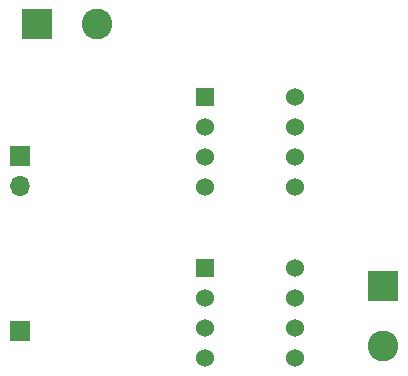
<source format=gbr>
%TF.GenerationSoftware,KiCad,Pcbnew,8.0.5*%
%TF.CreationDate,2024-11-24T21:54:06-06:00*%
%TF.ProjectId,moisture_sensor,6d6f6973-7475-4726-955f-73656e736f72,rev?*%
%TF.SameCoordinates,Original*%
%TF.FileFunction,Soldermask,Bot*%
%TF.FilePolarity,Negative*%
%FSLAX46Y46*%
G04 Gerber Fmt 4.6, Leading zero omitted, Abs format (unit mm)*
G04 Created by KiCad (PCBNEW 8.0.5) date 2024-11-24 21:54:06*
%MOMM*%
%LPD*%
G01*
G04 APERTURE LIST*
%ADD10R,1.700000X1.700000*%
%ADD11O,1.700000X1.700000*%
%ADD12R,1.524000X1.524000*%
%ADD13C,1.524000*%
%ADD14R,2.600000X2.600000*%
%ADD15C,2.600000*%
G04 APERTURE END LIST*
D10*
%TO.C,J1*%
X122000000Y-85225000D03*
D11*
X122000000Y-87765000D03*
%TD*%
D12*
%TO.C,U2*%
X137690000Y-94690000D03*
D13*
X137690000Y-97230000D03*
X137690000Y-99770000D03*
X137690000Y-102310000D03*
X145310000Y-102310000D03*
X145310000Y-99770000D03*
X145310000Y-97230000D03*
X145310000Y-94690000D03*
%TD*%
D12*
%TO.C,U1*%
X137690000Y-80190000D03*
D13*
X137690000Y-82730000D03*
X137690000Y-85270000D03*
X137690000Y-87810000D03*
X145310000Y-87810000D03*
X145310000Y-85270000D03*
X145310000Y-82730000D03*
X145310000Y-80190000D03*
%TD*%
D10*
%TO.C,J4*%
X122000000Y-100000000D03*
%TD*%
D14*
%TO.C,J3*%
X152750000Y-96250000D03*
D15*
X152750000Y-101330000D03*
%TD*%
D14*
%TO.C,J2*%
X123455000Y-74000000D03*
D15*
X128535000Y-74000000D03*
%TD*%
M02*

</source>
